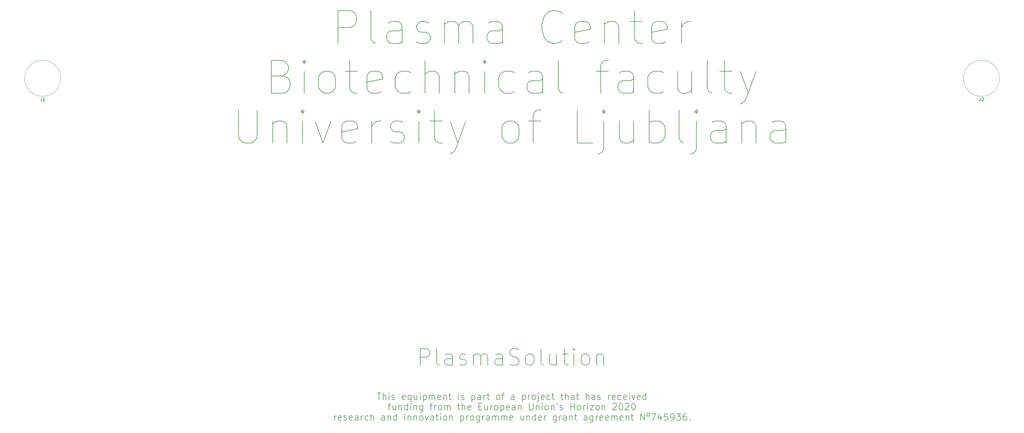
<source format=gbr>
G04 #@! TF.GenerationSoftware,KiCad,Pcbnew,(5.1.2)-1*
G04 #@! TF.CreationDate,2019-06-06T17:06:26+02:00*
G04 #@! TF.ProjectId,SBD electrode by JLCPCB,53424420-656c-4656-9374-726f64652062,1.0.1*
G04 #@! TF.SameCoordinates,Original*
G04 #@! TF.FileFunction,Legend,Top*
G04 #@! TF.FilePolarity,Positive*
%FSLAX46Y46*%
G04 Gerber Fmt 4.6, Leading zero omitted, Abs format (unit mm)*
G04 Created by KiCad (PCBNEW (5.1.2)-1) date 2019-06-06 17:06:26*
%MOMM*%
%LPD*%
G04 APERTURE LIST*
%ADD10C,0.150000*%
%ADD11C,0.120000*%
G04 APERTURE END LIST*
D10*
X130442857Y-129613809D02*
X130442857Y-119613809D01*
X134252380Y-119613809D01*
X135204761Y-120090000D01*
X135680952Y-120566190D01*
X136157142Y-121518571D01*
X136157142Y-122947142D01*
X135680952Y-123899523D01*
X135204761Y-124375714D01*
X134252380Y-124851904D01*
X130442857Y-124851904D01*
X141871428Y-129613809D02*
X140919047Y-129137619D01*
X140442857Y-128185238D01*
X140442857Y-119613809D01*
X149966666Y-129613809D02*
X149966666Y-124375714D01*
X149490476Y-123423333D01*
X148538095Y-122947142D01*
X146633333Y-122947142D01*
X145680952Y-123423333D01*
X149966666Y-129137619D02*
X149014285Y-129613809D01*
X146633333Y-129613809D01*
X145680952Y-129137619D01*
X145204761Y-128185238D01*
X145204761Y-127232857D01*
X145680952Y-126280476D01*
X146633333Y-125804285D01*
X149014285Y-125804285D01*
X149966666Y-125328095D01*
X154252380Y-129137619D02*
X155204761Y-129613809D01*
X157109523Y-129613809D01*
X158061904Y-129137619D01*
X158538095Y-128185238D01*
X158538095Y-127709047D01*
X158061904Y-126756666D01*
X157109523Y-126280476D01*
X155680952Y-126280476D01*
X154728571Y-125804285D01*
X154252380Y-124851904D01*
X154252380Y-124375714D01*
X154728571Y-123423333D01*
X155680952Y-122947142D01*
X157109523Y-122947142D01*
X158061904Y-123423333D01*
X162823809Y-129613809D02*
X162823809Y-122947142D01*
X162823809Y-123899523D02*
X163300000Y-123423333D01*
X164252380Y-122947142D01*
X165680952Y-122947142D01*
X166633333Y-123423333D01*
X167109523Y-124375714D01*
X167109523Y-129613809D01*
X167109523Y-124375714D02*
X167585714Y-123423333D01*
X168538095Y-122947142D01*
X169966666Y-122947142D01*
X170919047Y-123423333D01*
X171395238Y-124375714D01*
X171395238Y-129613809D01*
X180442857Y-129613809D02*
X180442857Y-124375714D01*
X179966666Y-123423333D01*
X179014285Y-122947142D01*
X177109523Y-122947142D01*
X176157142Y-123423333D01*
X180442857Y-129137619D02*
X179490476Y-129613809D01*
X177109523Y-129613809D01*
X176157142Y-129137619D01*
X175680952Y-128185238D01*
X175680952Y-127232857D01*
X176157142Y-126280476D01*
X177109523Y-125804285D01*
X179490476Y-125804285D01*
X180442857Y-125328095D01*
X198538095Y-128661428D02*
X198061904Y-129137619D01*
X196633333Y-129613809D01*
X195680952Y-129613809D01*
X194252380Y-129137619D01*
X193300000Y-128185238D01*
X192823809Y-127232857D01*
X192347619Y-125328095D01*
X192347619Y-123899523D01*
X192823809Y-121994761D01*
X193300000Y-121042380D01*
X194252380Y-120090000D01*
X195680952Y-119613809D01*
X196633333Y-119613809D01*
X198061904Y-120090000D01*
X198538095Y-120566190D01*
X206633333Y-129137619D02*
X205680952Y-129613809D01*
X203776190Y-129613809D01*
X202823809Y-129137619D01*
X202347619Y-128185238D01*
X202347619Y-124375714D01*
X202823809Y-123423333D01*
X203776190Y-122947142D01*
X205680952Y-122947142D01*
X206633333Y-123423333D01*
X207109523Y-124375714D01*
X207109523Y-125328095D01*
X202347619Y-126280476D01*
X211395238Y-122947142D02*
X211395238Y-129613809D01*
X211395238Y-123899523D02*
X211871428Y-123423333D01*
X212823809Y-122947142D01*
X214252380Y-122947142D01*
X215204761Y-123423333D01*
X215680952Y-124375714D01*
X215680952Y-129613809D01*
X219014285Y-122947142D02*
X222823809Y-122947142D01*
X220442857Y-119613809D02*
X220442857Y-128185238D01*
X220919047Y-129137619D01*
X221871428Y-129613809D01*
X222823809Y-129613809D01*
X229966666Y-129137619D02*
X229014285Y-129613809D01*
X227109523Y-129613809D01*
X226157142Y-129137619D01*
X225680952Y-128185238D01*
X225680952Y-124375714D01*
X226157142Y-123423333D01*
X227109523Y-122947142D01*
X229014285Y-122947142D01*
X229966666Y-123423333D01*
X230442857Y-124375714D01*
X230442857Y-125328095D01*
X225680952Y-126280476D01*
X234728571Y-129613809D02*
X234728571Y-122947142D01*
X234728571Y-124851904D02*
X235204761Y-123899523D01*
X235680952Y-123423333D01*
X236633333Y-122947142D01*
X237585714Y-122947142D01*
X113538095Y-139525714D02*
X114966666Y-140001904D01*
X115442857Y-140478095D01*
X115919047Y-141430476D01*
X115919047Y-142859047D01*
X115442857Y-143811428D01*
X114966666Y-144287619D01*
X114014285Y-144763809D01*
X110204761Y-144763809D01*
X110204761Y-134763809D01*
X113538095Y-134763809D01*
X114490476Y-135240000D01*
X114966666Y-135716190D01*
X115442857Y-136668571D01*
X115442857Y-137620952D01*
X114966666Y-138573333D01*
X114490476Y-139049523D01*
X113538095Y-139525714D01*
X110204761Y-139525714D01*
X120204761Y-144763809D02*
X120204761Y-138097142D01*
X120204761Y-134763809D02*
X119728571Y-135240000D01*
X120204761Y-135716190D01*
X120680952Y-135240000D01*
X120204761Y-134763809D01*
X120204761Y-135716190D01*
X126395238Y-144763809D02*
X125442857Y-144287619D01*
X124966666Y-143811428D01*
X124490476Y-142859047D01*
X124490476Y-140001904D01*
X124966666Y-139049523D01*
X125442857Y-138573333D01*
X126395238Y-138097142D01*
X127823809Y-138097142D01*
X128776190Y-138573333D01*
X129252380Y-139049523D01*
X129728571Y-140001904D01*
X129728571Y-142859047D01*
X129252380Y-143811428D01*
X128776190Y-144287619D01*
X127823809Y-144763809D01*
X126395238Y-144763809D01*
X132585714Y-138097142D02*
X136395238Y-138097142D01*
X134014285Y-134763809D02*
X134014285Y-143335238D01*
X134490476Y-144287619D01*
X135442857Y-144763809D01*
X136395238Y-144763809D01*
X143538095Y-144287619D02*
X142585714Y-144763809D01*
X140680952Y-144763809D01*
X139728571Y-144287619D01*
X139252380Y-143335238D01*
X139252380Y-139525714D01*
X139728571Y-138573333D01*
X140680952Y-138097142D01*
X142585714Y-138097142D01*
X143538095Y-138573333D01*
X144014285Y-139525714D01*
X144014285Y-140478095D01*
X139252380Y-141430476D01*
X152585714Y-144287619D02*
X151633333Y-144763809D01*
X149728571Y-144763809D01*
X148776190Y-144287619D01*
X148300000Y-143811428D01*
X147823809Y-142859047D01*
X147823809Y-140001904D01*
X148300000Y-139049523D01*
X148776190Y-138573333D01*
X149728571Y-138097142D01*
X151633333Y-138097142D01*
X152585714Y-138573333D01*
X156871428Y-144763809D02*
X156871428Y-134763809D01*
X161157142Y-144763809D02*
X161157142Y-139525714D01*
X160680952Y-138573333D01*
X159728571Y-138097142D01*
X158300000Y-138097142D01*
X157347619Y-138573333D01*
X156871428Y-139049523D01*
X165919047Y-138097142D02*
X165919047Y-144763809D01*
X165919047Y-139049523D02*
X166395238Y-138573333D01*
X167347619Y-138097142D01*
X168776190Y-138097142D01*
X169728571Y-138573333D01*
X170204761Y-139525714D01*
X170204761Y-144763809D01*
X174966666Y-144763809D02*
X174966666Y-138097142D01*
X174966666Y-134763809D02*
X174490476Y-135240000D01*
X174966666Y-135716190D01*
X175442857Y-135240000D01*
X174966666Y-134763809D01*
X174966666Y-135716190D01*
X184014285Y-144287619D02*
X183061904Y-144763809D01*
X181157142Y-144763809D01*
X180204761Y-144287619D01*
X179728571Y-143811428D01*
X179252380Y-142859047D01*
X179252380Y-140001904D01*
X179728571Y-139049523D01*
X180204761Y-138573333D01*
X181157142Y-138097142D01*
X183061904Y-138097142D01*
X184014285Y-138573333D01*
X192585714Y-144763809D02*
X192585714Y-139525714D01*
X192109523Y-138573333D01*
X191157142Y-138097142D01*
X189252380Y-138097142D01*
X188299999Y-138573333D01*
X192585714Y-144287619D02*
X191633333Y-144763809D01*
X189252380Y-144763809D01*
X188299999Y-144287619D01*
X187823809Y-143335238D01*
X187823809Y-142382857D01*
X188299999Y-141430476D01*
X189252380Y-140954285D01*
X191633333Y-140954285D01*
X192585714Y-140478095D01*
X198776190Y-144763809D02*
X197823809Y-144287619D01*
X197347619Y-143335238D01*
X197347619Y-134763809D01*
X208776190Y-138097142D02*
X212585714Y-138097142D01*
X210204761Y-144763809D02*
X210204761Y-136192380D01*
X210680952Y-135240000D01*
X211633333Y-134763809D01*
X212585714Y-134763809D01*
X220204761Y-144763809D02*
X220204761Y-139525714D01*
X219728571Y-138573333D01*
X218776190Y-138097142D01*
X216871428Y-138097142D01*
X215919047Y-138573333D01*
X220204761Y-144287619D02*
X219252380Y-144763809D01*
X216871428Y-144763809D01*
X215919047Y-144287619D01*
X215442857Y-143335238D01*
X215442857Y-142382857D01*
X215919047Y-141430476D01*
X216871428Y-140954285D01*
X219252380Y-140954285D01*
X220204761Y-140478095D01*
X229252380Y-144287619D02*
X228299999Y-144763809D01*
X226395238Y-144763809D01*
X225442857Y-144287619D01*
X224966666Y-143811428D01*
X224490476Y-142859047D01*
X224490476Y-140001904D01*
X224966666Y-139049523D01*
X225442857Y-138573333D01*
X226395238Y-138097142D01*
X228299999Y-138097142D01*
X229252380Y-138573333D01*
X237823809Y-138097142D02*
X237823809Y-144763809D01*
X233538095Y-138097142D02*
X233538095Y-143335238D01*
X234014285Y-144287619D01*
X234966666Y-144763809D01*
X236395238Y-144763809D01*
X237347619Y-144287619D01*
X237823809Y-143811428D01*
X244014285Y-144763809D02*
X243061904Y-144287619D01*
X242585714Y-143335238D01*
X242585714Y-134763809D01*
X246395238Y-138097142D02*
X250204761Y-138097142D01*
X247823809Y-134763809D02*
X247823809Y-143335238D01*
X248299999Y-144287619D01*
X249252380Y-144763809D01*
X250204761Y-144763809D01*
X252585714Y-138097142D02*
X254966666Y-144763809D01*
X257347619Y-138097142D02*
X254966666Y-144763809D01*
X254014285Y-147144761D01*
X253538095Y-147620952D01*
X252585714Y-148097142D01*
X100204761Y-149913809D02*
X100204761Y-158009047D01*
X100680952Y-158961428D01*
X101157142Y-159437619D01*
X102109523Y-159913809D01*
X104014285Y-159913809D01*
X104966666Y-159437619D01*
X105442857Y-158961428D01*
X105919047Y-158009047D01*
X105919047Y-149913809D01*
X110680952Y-153247142D02*
X110680952Y-159913809D01*
X110680952Y-154199523D02*
X111157142Y-153723333D01*
X112109523Y-153247142D01*
X113538095Y-153247142D01*
X114490476Y-153723333D01*
X114966666Y-154675714D01*
X114966666Y-159913809D01*
X119728571Y-159913809D02*
X119728571Y-153247142D01*
X119728571Y-149913809D02*
X119252380Y-150390000D01*
X119728571Y-150866190D01*
X120204761Y-150390000D01*
X119728571Y-149913809D01*
X119728571Y-150866190D01*
X123538095Y-153247142D02*
X125919047Y-159913809D01*
X128300000Y-153247142D01*
X135919047Y-159437619D02*
X134966666Y-159913809D01*
X133061904Y-159913809D01*
X132109523Y-159437619D01*
X131633333Y-158485238D01*
X131633333Y-154675714D01*
X132109523Y-153723333D01*
X133061904Y-153247142D01*
X134966666Y-153247142D01*
X135919047Y-153723333D01*
X136395238Y-154675714D01*
X136395238Y-155628095D01*
X131633333Y-156580476D01*
X140680952Y-159913809D02*
X140680952Y-153247142D01*
X140680952Y-155151904D02*
X141157142Y-154199523D01*
X141633333Y-153723333D01*
X142585714Y-153247142D01*
X143538095Y-153247142D01*
X146395238Y-159437619D02*
X147347619Y-159913809D01*
X149252380Y-159913809D01*
X150204761Y-159437619D01*
X150680952Y-158485238D01*
X150680952Y-158009047D01*
X150204761Y-157056666D01*
X149252380Y-156580476D01*
X147823809Y-156580476D01*
X146871428Y-156104285D01*
X146395238Y-155151904D01*
X146395238Y-154675714D01*
X146871428Y-153723333D01*
X147823809Y-153247142D01*
X149252380Y-153247142D01*
X150204761Y-153723333D01*
X154966666Y-159913809D02*
X154966666Y-153247142D01*
X154966666Y-149913809D02*
X154490476Y-150390000D01*
X154966666Y-150866190D01*
X155442857Y-150390000D01*
X154966666Y-149913809D01*
X154966666Y-150866190D01*
X158300000Y-153247142D02*
X162109523Y-153247142D01*
X159728571Y-149913809D02*
X159728571Y-158485238D01*
X160204761Y-159437619D01*
X161157142Y-159913809D01*
X162109523Y-159913809D01*
X164490476Y-153247142D02*
X166871428Y-159913809D01*
X169252380Y-153247142D02*
X166871428Y-159913809D01*
X165919047Y-162294761D01*
X165442857Y-162770952D01*
X164490476Y-163247142D01*
X182109523Y-159913809D02*
X181157142Y-159437619D01*
X180680952Y-158961428D01*
X180204761Y-158009047D01*
X180204761Y-155151904D01*
X180680952Y-154199523D01*
X181157142Y-153723333D01*
X182109523Y-153247142D01*
X183538095Y-153247142D01*
X184490476Y-153723333D01*
X184966666Y-154199523D01*
X185442857Y-155151904D01*
X185442857Y-158009047D01*
X184966666Y-158961428D01*
X184490476Y-159437619D01*
X183538095Y-159913809D01*
X182109523Y-159913809D01*
X188300000Y-153247142D02*
X192109523Y-153247142D01*
X189728571Y-159913809D02*
X189728571Y-151342380D01*
X190204761Y-150390000D01*
X191157142Y-149913809D01*
X192109523Y-149913809D01*
X207823809Y-159913809D02*
X203061904Y-159913809D01*
X203061904Y-149913809D01*
X211157142Y-153247142D02*
X211157142Y-161818571D01*
X210680952Y-162770952D01*
X209728571Y-163247142D01*
X209252380Y-163247142D01*
X211157142Y-149913809D02*
X210680952Y-150390000D01*
X211157142Y-150866190D01*
X211633333Y-150390000D01*
X211157142Y-149913809D01*
X211157142Y-150866190D01*
X220204761Y-153247142D02*
X220204761Y-159913809D01*
X215919047Y-153247142D02*
X215919047Y-158485238D01*
X216395238Y-159437619D01*
X217347619Y-159913809D01*
X218776190Y-159913809D01*
X219728571Y-159437619D01*
X220204761Y-158961428D01*
X224966666Y-159913809D02*
X224966666Y-149913809D01*
X224966666Y-153723333D02*
X225919047Y-153247142D01*
X227823809Y-153247142D01*
X228776190Y-153723333D01*
X229252380Y-154199523D01*
X229728571Y-155151904D01*
X229728571Y-158009047D01*
X229252380Y-158961428D01*
X228776190Y-159437619D01*
X227823809Y-159913809D01*
X225919047Y-159913809D01*
X224966666Y-159437619D01*
X235442857Y-159913809D02*
X234490476Y-159437619D01*
X234014285Y-158485238D01*
X234014285Y-149913809D01*
X239252380Y-153247142D02*
X239252380Y-161818571D01*
X238776190Y-162770952D01*
X237823809Y-163247142D01*
X237347619Y-163247142D01*
X239252380Y-149913809D02*
X238776190Y-150390000D01*
X239252380Y-150866190D01*
X239728571Y-150390000D01*
X239252380Y-149913809D01*
X239252380Y-150866190D01*
X248299999Y-159913809D02*
X248299999Y-154675714D01*
X247823809Y-153723333D01*
X246871428Y-153247142D01*
X244966666Y-153247142D01*
X244014285Y-153723333D01*
X248299999Y-159437619D02*
X247347619Y-159913809D01*
X244966666Y-159913809D01*
X244014285Y-159437619D01*
X243538095Y-158485238D01*
X243538095Y-157532857D01*
X244014285Y-156580476D01*
X244966666Y-156104285D01*
X247347619Y-156104285D01*
X248299999Y-155628095D01*
X253061904Y-153247142D02*
X253061904Y-159913809D01*
X253061904Y-154199523D02*
X253538095Y-153723333D01*
X254490476Y-153247142D01*
X255919047Y-153247142D01*
X256871428Y-153723333D01*
X257347619Y-154675714D01*
X257347619Y-159913809D01*
X266395238Y-159913809D02*
X266395238Y-154675714D01*
X265919047Y-153723333D01*
X264966666Y-153247142D01*
X263061904Y-153247142D01*
X262109523Y-153723333D01*
X266395238Y-159437619D02*
X265442857Y-159913809D01*
X263061904Y-159913809D01*
X262109523Y-159437619D01*
X261633333Y-158485238D01*
X261633333Y-157532857D01*
X262109523Y-156580476D01*
X263061904Y-156104285D01*
X265442857Y-156104285D01*
X266395238Y-155628095D01*
X142347619Y-235994761D02*
X143490476Y-235994761D01*
X142919047Y-237994761D02*
X142919047Y-235994761D01*
X144157142Y-237994761D02*
X144157142Y-235994761D01*
X145014285Y-237994761D02*
X145014285Y-236947142D01*
X144919047Y-236756666D01*
X144728571Y-236661428D01*
X144442857Y-236661428D01*
X144252380Y-236756666D01*
X144157142Y-236851904D01*
X145966666Y-237994761D02*
X145966666Y-236661428D01*
X145966666Y-235994761D02*
X145871428Y-236090000D01*
X145966666Y-236185238D01*
X146061904Y-236090000D01*
X145966666Y-235994761D01*
X145966666Y-236185238D01*
X146823809Y-237899523D02*
X147014285Y-237994761D01*
X147395238Y-237994761D01*
X147585714Y-237899523D01*
X147680952Y-237709047D01*
X147680952Y-237613809D01*
X147585714Y-237423333D01*
X147395238Y-237328095D01*
X147109523Y-237328095D01*
X146919047Y-237232857D01*
X146823809Y-237042380D01*
X146823809Y-236947142D01*
X146919047Y-236756666D01*
X147109523Y-236661428D01*
X147395238Y-236661428D01*
X147585714Y-236756666D01*
X150823809Y-237899523D02*
X150633333Y-237994761D01*
X150252380Y-237994761D01*
X150061904Y-237899523D01*
X149966666Y-237709047D01*
X149966666Y-236947142D01*
X150061904Y-236756666D01*
X150252380Y-236661428D01*
X150633333Y-236661428D01*
X150823809Y-236756666D01*
X150919047Y-236947142D01*
X150919047Y-237137619D01*
X149966666Y-237328095D01*
X152633333Y-236661428D02*
X152633333Y-238661428D01*
X152633333Y-237899523D02*
X152442857Y-237994761D01*
X152061904Y-237994761D01*
X151871428Y-237899523D01*
X151776190Y-237804285D01*
X151680952Y-237613809D01*
X151680952Y-237042380D01*
X151776190Y-236851904D01*
X151871428Y-236756666D01*
X152061904Y-236661428D01*
X152442857Y-236661428D01*
X152633333Y-236756666D01*
X154442857Y-236661428D02*
X154442857Y-237994761D01*
X153585714Y-236661428D02*
X153585714Y-237709047D01*
X153680952Y-237899523D01*
X153871428Y-237994761D01*
X154157142Y-237994761D01*
X154347619Y-237899523D01*
X154442857Y-237804285D01*
X155395238Y-237994761D02*
X155395238Y-236661428D01*
X155395238Y-235994761D02*
X155300000Y-236090000D01*
X155395238Y-236185238D01*
X155490476Y-236090000D01*
X155395238Y-235994761D01*
X155395238Y-236185238D01*
X156347619Y-236661428D02*
X156347619Y-238661428D01*
X156347619Y-236756666D02*
X156538095Y-236661428D01*
X156919047Y-236661428D01*
X157109523Y-236756666D01*
X157204761Y-236851904D01*
X157300000Y-237042380D01*
X157300000Y-237613809D01*
X157204761Y-237804285D01*
X157109523Y-237899523D01*
X156919047Y-237994761D01*
X156538095Y-237994761D01*
X156347619Y-237899523D01*
X158157142Y-237994761D02*
X158157142Y-236661428D01*
X158157142Y-236851904D02*
X158252380Y-236756666D01*
X158442857Y-236661428D01*
X158728571Y-236661428D01*
X158919047Y-236756666D01*
X159014285Y-236947142D01*
X159014285Y-237994761D01*
X159014285Y-236947142D02*
X159109523Y-236756666D01*
X159300000Y-236661428D01*
X159585714Y-236661428D01*
X159776190Y-236756666D01*
X159871428Y-236947142D01*
X159871428Y-237994761D01*
X161585714Y-237899523D02*
X161395238Y-237994761D01*
X161014285Y-237994761D01*
X160823809Y-237899523D01*
X160728571Y-237709047D01*
X160728571Y-236947142D01*
X160823809Y-236756666D01*
X161014285Y-236661428D01*
X161395238Y-236661428D01*
X161585714Y-236756666D01*
X161680952Y-236947142D01*
X161680952Y-237137619D01*
X160728571Y-237328095D01*
X162538095Y-236661428D02*
X162538095Y-237994761D01*
X162538095Y-236851904D02*
X162633333Y-236756666D01*
X162823809Y-236661428D01*
X163109523Y-236661428D01*
X163300000Y-236756666D01*
X163395238Y-236947142D01*
X163395238Y-237994761D01*
X164061904Y-236661428D02*
X164823809Y-236661428D01*
X164347619Y-235994761D02*
X164347619Y-237709047D01*
X164442857Y-237899523D01*
X164633333Y-237994761D01*
X164823809Y-237994761D01*
X167014285Y-237994761D02*
X167014285Y-236661428D01*
X167014285Y-235994761D02*
X166919047Y-236090000D01*
X167014285Y-236185238D01*
X167109523Y-236090000D01*
X167014285Y-235994761D01*
X167014285Y-236185238D01*
X167871428Y-237899523D02*
X168061904Y-237994761D01*
X168442857Y-237994761D01*
X168633333Y-237899523D01*
X168728571Y-237709047D01*
X168728571Y-237613809D01*
X168633333Y-237423333D01*
X168442857Y-237328095D01*
X168157142Y-237328095D01*
X167966666Y-237232857D01*
X167871428Y-237042380D01*
X167871428Y-236947142D01*
X167966666Y-236756666D01*
X168157142Y-236661428D01*
X168442857Y-236661428D01*
X168633333Y-236756666D01*
X171109523Y-236661428D02*
X171109523Y-238661428D01*
X171109523Y-236756666D02*
X171300000Y-236661428D01*
X171680952Y-236661428D01*
X171871428Y-236756666D01*
X171966666Y-236851904D01*
X172061904Y-237042380D01*
X172061904Y-237613809D01*
X171966666Y-237804285D01*
X171871428Y-237899523D01*
X171680952Y-237994761D01*
X171300000Y-237994761D01*
X171109523Y-237899523D01*
X173776190Y-237994761D02*
X173776190Y-236947142D01*
X173680952Y-236756666D01*
X173490476Y-236661428D01*
X173109523Y-236661428D01*
X172919047Y-236756666D01*
X173776190Y-237899523D02*
X173585714Y-237994761D01*
X173109523Y-237994761D01*
X172919047Y-237899523D01*
X172823809Y-237709047D01*
X172823809Y-237518571D01*
X172919047Y-237328095D01*
X173109523Y-237232857D01*
X173585714Y-237232857D01*
X173776190Y-237137619D01*
X174728571Y-237994761D02*
X174728571Y-236661428D01*
X174728571Y-237042380D02*
X174823809Y-236851904D01*
X174919047Y-236756666D01*
X175109523Y-236661428D01*
X175300000Y-236661428D01*
X175680952Y-236661428D02*
X176442857Y-236661428D01*
X175966666Y-235994761D02*
X175966666Y-237709047D01*
X176061904Y-237899523D01*
X176252380Y-237994761D01*
X176442857Y-237994761D01*
X178919047Y-237994761D02*
X178728571Y-237899523D01*
X178633333Y-237804285D01*
X178538095Y-237613809D01*
X178538095Y-237042380D01*
X178633333Y-236851904D01*
X178728571Y-236756666D01*
X178919047Y-236661428D01*
X179204761Y-236661428D01*
X179395238Y-236756666D01*
X179490476Y-236851904D01*
X179585714Y-237042380D01*
X179585714Y-237613809D01*
X179490476Y-237804285D01*
X179395238Y-237899523D01*
X179204761Y-237994761D01*
X178919047Y-237994761D01*
X180157142Y-236661428D02*
X180919047Y-236661428D01*
X180442857Y-237994761D02*
X180442857Y-236280476D01*
X180538095Y-236090000D01*
X180728571Y-235994761D01*
X180919047Y-235994761D01*
X183966666Y-237994761D02*
X183966666Y-236947142D01*
X183871428Y-236756666D01*
X183680952Y-236661428D01*
X183300000Y-236661428D01*
X183109523Y-236756666D01*
X183966666Y-237899523D02*
X183776190Y-237994761D01*
X183300000Y-237994761D01*
X183109523Y-237899523D01*
X183014285Y-237709047D01*
X183014285Y-237518571D01*
X183109523Y-237328095D01*
X183300000Y-237232857D01*
X183776190Y-237232857D01*
X183966666Y-237137619D01*
X186442857Y-236661428D02*
X186442857Y-238661428D01*
X186442857Y-236756666D02*
X186633333Y-236661428D01*
X187014285Y-236661428D01*
X187204761Y-236756666D01*
X187300000Y-236851904D01*
X187395238Y-237042380D01*
X187395238Y-237613809D01*
X187300000Y-237804285D01*
X187204761Y-237899523D01*
X187014285Y-237994761D01*
X186633333Y-237994761D01*
X186442857Y-237899523D01*
X188252380Y-237994761D02*
X188252380Y-236661428D01*
X188252380Y-237042380D02*
X188347619Y-236851904D01*
X188442857Y-236756666D01*
X188633333Y-236661428D01*
X188823809Y-236661428D01*
X189776190Y-237994761D02*
X189585714Y-237899523D01*
X189490476Y-237804285D01*
X189395238Y-237613809D01*
X189395238Y-237042380D01*
X189490476Y-236851904D01*
X189585714Y-236756666D01*
X189776190Y-236661428D01*
X190061904Y-236661428D01*
X190252380Y-236756666D01*
X190347619Y-236851904D01*
X190442857Y-237042380D01*
X190442857Y-237613809D01*
X190347619Y-237804285D01*
X190252380Y-237899523D01*
X190061904Y-237994761D01*
X189776190Y-237994761D01*
X191300000Y-236661428D02*
X191300000Y-238375714D01*
X191204761Y-238566190D01*
X191014285Y-238661428D01*
X190919047Y-238661428D01*
X191300000Y-235994761D02*
X191204761Y-236090000D01*
X191300000Y-236185238D01*
X191395238Y-236090000D01*
X191300000Y-235994761D01*
X191300000Y-236185238D01*
X193014285Y-237899523D02*
X192823809Y-237994761D01*
X192442857Y-237994761D01*
X192252380Y-237899523D01*
X192157142Y-237709047D01*
X192157142Y-236947142D01*
X192252380Y-236756666D01*
X192442857Y-236661428D01*
X192823809Y-236661428D01*
X193014285Y-236756666D01*
X193109523Y-236947142D01*
X193109523Y-237137619D01*
X192157142Y-237328095D01*
X194823809Y-237899523D02*
X194633333Y-237994761D01*
X194252380Y-237994761D01*
X194061904Y-237899523D01*
X193966666Y-237804285D01*
X193871428Y-237613809D01*
X193871428Y-237042380D01*
X193966666Y-236851904D01*
X194061904Y-236756666D01*
X194252380Y-236661428D01*
X194633333Y-236661428D01*
X194823809Y-236756666D01*
X195395238Y-236661428D02*
X196157142Y-236661428D01*
X195680952Y-235994761D02*
X195680952Y-237709047D01*
X195776190Y-237899523D01*
X195966666Y-237994761D01*
X196157142Y-237994761D01*
X198061904Y-236661428D02*
X198823809Y-236661428D01*
X198347619Y-235994761D02*
X198347619Y-237709047D01*
X198442857Y-237899523D01*
X198633333Y-237994761D01*
X198823809Y-237994761D01*
X199490476Y-237994761D02*
X199490476Y-235994761D01*
X200347619Y-237994761D02*
X200347619Y-236947142D01*
X200252380Y-236756666D01*
X200061904Y-236661428D01*
X199776190Y-236661428D01*
X199585714Y-236756666D01*
X199490476Y-236851904D01*
X202157142Y-237994761D02*
X202157142Y-236947142D01*
X202061904Y-236756666D01*
X201871428Y-236661428D01*
X201490476Y-236661428D01*
X201300000Y-236756666D01*
X202157142Y-237899523D02*
X201966666Y-237994761D01*
X201490476Y-237994761D01*
X201300000Y-237899523D01*
X201204761Y-237709047D01*
X201204761Y-237518571D01*
X201300000Y-237328095D01*
X201490476Y-237232857D01*
X201966666Y-237232857D01*
X202157142Y-237137619D01*
X202823809Y-236661428D02*
X203585714Y-236661428D01*
X203109523Y-235994761D02*
X203109523Y-237709047D01*
X203204761Y-237899523D01*
X203395238Y-237994761D01*
X203585714Y-237994761D01*
X205776190Y-237994761D02*
X205776190Y-235994761D01*
X206633333Y-237994761D02*
X206633333Y-236947142D01*
X206538095Y-236756666D01*
X206347619Y-236661428D01*
X206061904Y-236661428D01*
X205871428Y-236756666D01*
X205776190Y-236851904D01*
X208442857Y-237994761D02*
X208442857Y-236947142D01*
X208347619Y-236756666D01*
X208157142Y-236661428D01*
X207776190Y-236661428D01*
X207585714Y-236756666D01*
X208442857Y-237899523D02*
X208252380Y-237994761D01*
X207776190Y-237994761D01*
X207585714Y-237899523D01*
X207490476Y-237709047D01*
X207490476Y-237518571D01*
X207585714Y-237328095D01*
X207776190Y-237232857D01*
X208252380Y-237232857D01*
X208442857Y-237137619D01*
X209299999Y-237899523D02*
X209490476Y-237994761D01*
X209871428Y-237994761D01*
X210061904Y-237899523D01*
X210157142Y-237709047D01*
X210157142Y-237613809D01*
X210061904Y-237423333D01*
X209871428Y-237328095D01*
X209585714Y-237328095D01*
X209395238Y-237232857D01*
X209299999Y-237042380D01*
X209299999Y-236947142D01*
X209395238Y-236756666D01*
X209585714Y-236661428D01*
X209871428Y-236661428D01*
X210061904Y-236756666D01*
X212538095Y-237994761D02*
X212538095Y-236661428D01*
X212538095Y-237042380D02*
X212633333Y-236851904D01*
X212728571Y-236756666D01*
X212919047Y-236661428D01*
X213109523Y-236661428D01*
X214538095Y-237899523D02*
X214347619Y-237994761D01*
X213966666Y-237994761D01*
X213776190Y-237899523D01*
X213680952Y-237709047D01*
X213680952Y-236947142D01*
X213776190Y-236756666D01*
X213966666Y-236661428D01*
X214347619Y-236661428D01*
X214538095Y-236756666D01*
X214633333Y-236947142D01*
X214633333Y-237137619D01*
X213680952Y-237328095D01*
X216347619Y-237899523D02*
X216157142Y-237994761D01*
X215776190Y-237994761D01*
X215585714Y-237899523D01*
X215490476Y-237804285D01*
X215395238Y-237613809D01*
X215395238Y-237042380D01*
X215490476Y-236851904D01*
X215585714Y-236756666D01*
X215776190Y-236661428D01*
X216157142Y-236661428D01*
X216347619Y-236756666D01*
X217966666Y-237899523D02*
X217776190Y-237994761D01*
X217395238Y-237994761D01*
X217204761Y-237899523D01*
X217109523Y-237709047D01*
X217109523Y-236947142D01*
X217204761Y-236756666D01*
X217395238Y-236661428D01*
X217776190Y-236661428D01*
X217966666Y-236756666D01*
X218061904Y-236947142D01*
X218061904Y-237137619D01*
X217109523Y-237328095D01*
X218919047Y-237994761D02*
X218919047Y-236661428D01*
X218919047Y-235994761D02*
X218823809Y-236090000D01*
X218919047Y-236185238D01*
X219014285Y-236090000D01*
X218919047Y-235994761D01*
X218919047Y-236185238D01*
X219680952Y-236661428D02*
X220157142Y-237994761D01*
X220633333Y-236661428D01*
X222157142Y-237899523D02*
X221966666Y-237994761D01*
X221585714Y-237994761D01*
X221395238Y-237899523D01*
X221300000Y-237709047D01*
X221300000Y-236947142D01*
X221395238Y-236756666D01*
X221585714Y-236661428D01*
X221966666Y-236661428D01*
X222157142Y-236756666D01*
X222252380Y-236947142D01*
X222252380Y-237137619D01*
X221300000Y-237328095D01*
X223966666Y-237994761D02*
X223966666Y-235994761D01*
X223966666Y-237899523D02*
X223776190Y-237994761D01*
X223395238Y-237994761D01*
X223204761Y-237899523D01*
X223109523Y-237804285D01*
X223014285Y-237613809D01*
X223014285Y-237042380D01*
X223109523Y-236851904D01*
X223204761Y-236756666D01*
X223395238Y-236661428D01*
X223776190Y-236661428D01*
X223966666Y-236756666D01*
X145680952Y-239811428D02*
X146442857Y-239811428D01*
X145966666Y-241144761D02*
X145966666Y-239430476D01*
X146061904Y-239240000D01*
X146252380Y-239144761D01*
X146442857Y-239144761D01*
X147966666Y-239811428D02*
X147966666Y-241144761D01*
X147109523Y-239811428D02*
X147109523Y-240859047D01*
X147204761Y-241049523D01*
X147395238Y-241144761D01*
X147680952Y-241144761D01*
X147871428Y-241049523D01*
X147966666Y-240954285D01*
X148919047Y-239811428D02*
X148919047Y-241144761D01*
X148919047Y-240001904D02*
X149014285Y-239906666D01*
X149204761Y-239811428D01*
X149490476Y-239811428D01*
X149680952Y-239906666D01*
X149776190Y-240097142D01*
X149776190Y-241144761D01*
X151585714Y-241144761D02*
X151585714Y-239144761D01*
X151585714Y-241049523D02*
X151395238Y-241144761D01*
X151014285Y-241144761D01*
X150823809Y-241049523D01*
X150728571Y-240954285D01*
X150633333Y-240763809D01*
X150633333Y-240192380D01*
X150728571Y-240001904D01*
X150823809Y-239906666D01*
X151014285Y-239811428D01*
X151395238Y-239811428D01*
X151585714Y-239906666D01*
X152538095Y-241144761D02*
X152538095Y-239811428D01*
X152538095Y-239144761D02*
X152442857Y-239240000D01*
X152538095Y-239335238D01*
X152633333Y-239240000D01*
X152538095Y-239144761D01*
X152538095Y-239335238D01*
X153490476Y-239811428D02*
X153490476Y-241144761D01*
X153490476Y-240001904D02*
X153585714Y-239906666D01*
X153776190Y-239811428D01*
X154061904Y-239811428D01*
X154252380Y-239906666D01*
X154347619Y-240097142D01*
X154347619Y-241144761D01*
X156157142Y-239811428D02*
X156157142Y-241430476D01*
X156061904Y-241620952D01*
X155966666Y-241716190D01*
X155776190Y-241811428D01*
X155490476Y-241811428D01*
X155300000Y-241716190D01*
X156157142Y-241049523D02*
X155966666Y-241144761D01*
X155585714Y-241144761D01*
X155395238Y-241049523D01*
X155300000Y-240954285D01*
X155204761Y-240763809D01*
X155204761Y-240192380D01*
X155300000Y-240001904D01*
X155395238Y-239906666D01*
X155585714Y-239811428D01*
X155966666Y-239811428D01*
X156157142Y-239906666D01*
X158347619Y-239811428D02*
X159109523Y-239811428D01*
X158633333Y-241144761D02*
X158633333Y-239430476D01*
X158728571Y-239240000D01*
X158919047Y-239144761D01*
X159109523Y-239144761D01*
X159776190Y-241144761D02*
X159776190Y-239811428D01*
X159776190Y-240192380D02*
X159871428Y-240001904D01*
X159966666Y-239906666D01*
X160157142Y-239811428D01*
X160347619Y-239811428D01*
X161300000Y-241144761D02*
X161109523Y-241049523D01*
X161014285Y-240954285D01*
X160919047Y-240763809D01*
X160919047Y-240192380D01*
X161014285Y-240001904D01*
X161109523Y-239906666D01*
X161300000Y-239811428D01*
X161585714Y-239811428D01*
X161776190Y-239906666D01*
X161871428Y-240001904D01*
X161966666Y-240192380D01*
X161966666Y-240763809D01*
X161871428Y-240954285D01*
X161776190Y-241049523D01*
X161585714Y-241144761D01*
X161300000Y-241144761D01*
X162823809Y-241144761D02*
X162823809Y-239811428D01*
X162823809Y-240001904D02*
X162919047Y-239906666D01*
X163109523Y-239811428D01*
X163395238Y-239811428D01*
X163585714Y-239906666D01*
X163680952Y-240097142D01*
X163680952Y-241144761D01*
X163680952Y-240097142D02*
X163776190Y-239906666D01*
X163966666Y-239811428D01*
X164252380Y-239811428D01*
X164442857Y-239906666D01*
X164538095Y-240097142D01*
X164538095Y-241144761D01*
X166728571Y-239811428D02*
X167490476Y-239811428D01*
X167014285Y-239144761D02*
X167014285Y-240859047D01*
X167109523Y-241049523D01*
X167300000Y-241144761D01*
X167490476Y-241144761D01*
X168157142Y-241144761D02*
X168157142Y-239144761D01*
X169014285Y-241144761D02*
X169014285Y-240097142D01*
X168919047Y-239906666D01*
X168728571Y-239811428D01*
X168442857Y-239811428D01*
X168252380Y-239906666D01*
X168157142Y-240001904D01*
X170728571Y-241049523D02*
X170538095Y-241144761D01*
X170157142Y-241144761D01*
X169966666Y-241049523D01*
X169871428Y-240859047D01*
X169871428Y-240097142D01*
X169966666Y-239906666D01*
X170157142Y-239811428D01*
X170538095Y-239811428D01*
X170728571Y-239906666D01*
X170823809Y-240097142D01*
X170823809Y-240287619D01*
X169871428Y-240478095D01*
X173204761Y-240097142D02*
X173871428Y-240097142D01*
X174157142Y-241144761D02*
X173204761Y-241144761D01*
X173204761Y-239144761D01*
X174157142Y-239144761D01*
X175871428Y-239811428D02*
X175871428Y-241144761D01*
X175014285Y-239811428D02*
X175014285Y-240859047D01*
X175109523Y-241049523D01*
X175300000Y-241144761D01*
X175585714Y-241144761D01*
X175776190Y-241049523D01*
X175871428Y-240954285D01*
X176823809Y-241144761D02*
X176823809Y-239811428D01*
X176823809Y-240192380D02*
X176919047Y-240001904D01*
X177014285Y-239906666D01*
X177204761Y-239811428D01*
X177395238Y-239811428D01*
X178347619Y-241144761D02*
X178157142Y-241049523D01*
X178061904Y-240954285D01*
X177966666Y-240763809D01*
X177966666Y-240192380D01*
X178061904Y-240001904D01*
X178157142Y-239906666D01*
X178347619Y-239811428D01*
X178633333Y-239811428D01*
X178823809Y-239906666D01*
X178919047Y-240001904D01*
X179014285Y-240192380D01*
X179014285Y-240763809D01*
X178919047Y-240954285D01*
X178823809Y-241049523D01*
X178633333Y-241144761D01*
X178347619Y-241144761D01*
X179871428Y-239811428D02*
X179871428Y-241811428D01*
X179871428Y-239906666D02*
X180061904Y-239811428D01*
X180442857Y-239811428D01*
X180633333Y-239906666D01*
X180728571Y-240001904D01*
X180823809Y-240192380D01*
X180823809Y-240763809D01*
X180728571Y-240954285D01*
X180633333Y-241049523D01*
X180442857Y-241144761D01*
X180061904Y-241144761D01*
X179871428Y-241049523D01*
X182442857Y-241049523D02*
X182252380Y-241144761D01*
X181871428Y-241144761D01*
X181680952Y-241049523D01*
X181585714Y-240859047D01*
X181585714Y-240097142D01*
X181680952Y-239906666D01*
X181871428Y-239811428D01*
X182252380Y-239811428D01*
X182442857Y-239906666D01*
X182538095Y-240097142D01*
X182538095Y-240287619D01*
X181585714Y-240478095D01*
X184252380Y-241144761D02*
X184252380Y-240097142D01*
X184157142Y-239906666D01*
X183966666Y-239811428D01*
X183585714Y-239811428D01*
X183395238Y-239906666D01*
X184252380Y-241049523D02*
X184061904Y-241144761D01*
X183585714Y-241144761D01*
X183395238Y-241049523D01*
X183300000Y-240859047D01*
X183300000Y-240668571D01*
X183395238Y-240478095D01*
X183585714Y-240382857D01*
X184061904Y-240382857D01*
X184252380Y-240287619D01*
X185204761Y-239811428D02*
X185204761Y-241144761D01*
X185204761Y-240001904D02*
X185300000Y-239906666D01*
X185490476Y-239811428D01*
X185776190Y-239811428D01*
X185966666Y-239906666D01*
X186061904Y-240097142D01*
X186061904Y-241144761D01*
X188538095Y-239144761D02*
X188538095Y-240763809D01*
X188633333Y-240954285D01*
X188728571Y-241049523D01*
X188919047Y-241144761D01*
X189300000Y-241144761D01*
X189490476Y-241049523D01*
X189585714Y-240954285D01*
X189680952Y-240763809D01*
X189680952Y-239144761D01*
X190633333Y-239811428D02*
X190633333Y-241144761D01*
X190633333Y-240001904D02*
X190728571Y-239906666D01*
X190919047Y-239811428D01*
X191204761Y-239811428D01*
X191395238Y-239906666D01*
X191490476Y-240097142D01*
X191490476Y-241144761D01*
X192442857Y-241144761D02*
X192442857Y-239811428D01*
X192442857Y-239144761D02*
X192347619Y-239240000D01*
X192442857Y-239335238D01*
X192538095Y-239240000D01*
X192442857Y-239144761D01*
X192442857Y-239335238D01*
X193680952Y-241144761D02*
X193490476Y-241049523D01*
X193395238Y-240954285D01*
X193300000Y-240763809D01*
X193300000Y-240192380D01*
X193395238Y-240001904D01*
X193490476Y-239906666D01*
X193680952Y-239811428D01*
X193966666Y-239811428D01*
X194157142Y-239906666D01*
X194252380Y-240001904D01*
X194347619Y-240192380D01*
X194347619Y-240763809D01*
X194252380Y-240954285D01*
X194157142Y-241049523D01*
X193966666Y-241144761D01*
X193680952Y-241144761D01*
X195204761Y-239811428D02*
X195204761Y-241144761D01*
X195204761Y-240001904D02*
X195300000Y-239906666D01*
X195490476Y-239811428D01*
X195776190Y-239811428D01*
X195966666Y-239906666D01*
X196061904Y-240097142D01*
X196061904Y-241144761D01*
X197109523Y-239144761D02*
X196919047Y-239525714D01*
X197871428Y-241049523D02*
X198061904Y-241144761D01*
X198442857Y-241144761D01*
X198633333Y-241049523D01*
X198728571Y-240859047D01*
X198728571Y-240763809D01*
X198633333Y-240573333D01*
X198442857Y-240478095D01*
X198157142Y-240478095D01*
X197966666Y-240382857D01*
X197871428Y-240192380D01*
X197871428Y-240097142D01*
X197966666Y-239906666D01*
X198157142Y-239811428D01*
X198442857Y-239811428D01*
X198633333Y-239906666D01*
X201109523Y-241144761D02*
X201109523Y-239144761D01*
X201109523Y-240097142D02*
X202252380Y-240097142D01*
X202252380Y-241144761D02*
X202252380Y-239144761D01*
X203490476Y-241144761D02*
X203300000Y-241049523D01*
X203204761Y-240954285D01*
X203109523Y-240763809D01*
X203109523Y-240192380D01*
X203204761Y-240001904D01*
X203300000Y-239906666D01*
X203490476Y-239811428D01*
X203776190Y-239811428D01*
X203966666Y-239906666D01*
X204061904Y-240001904D01*
X204157142Y-240192380D01*
X204157142Y-240763809D01*
X204061904Y-240954285D01*
X203966666Y-241049523D01*
X203776190Y-241144761D01*
X203490476Y-241144761D01*
X205014285Y-241144761D02*
X205014285Y-239811428D01*
X205014285Y-240192380D02*
X205109523Y-240001904D01*
X205204761Y-239906666D01*
X205395238Y-239811428D01*
X205585714Y-239811428D01*
X206252380Y-241144761D02*
X206252380Y-239811428D01*
X206252380Y-239144761D02*
X206157142Y-239240000D01*
X206252380Y-239335238D01*
X206347619Y-239240000D01*
X206252380Y-239144761D01*
X206252380Y-239335238D01*
X207014285Y-239811428D02*
X208061904Y-239811428D01*
X207014285Y-241144761D01*
X208061904Y-241144761D01*
X209109523Y-241144761D02*
X208919047Y-241049523D01*
X208823809Y-240954285D01*
X208728571Y-240763809D01*
X208728571Y-240192380D01*
X208823809Y-240001904D01*
X208919047Y-239906666D01*
X209109523Y-239811428D01*
X209395238Y-239811428D01*
X209585714Y-239906666D01*
X209680952Y-240001904D01*
X209776190Y-240192380D01*
X209776190Y-240763809D01*
X209680952Y-240954285D01*
X209585714Y-241049523D01*
X209395238Y-241144761D01*
X209109523Y-241144761D01*
X210633333Y-239811428D02*
X210633333Y-241144761D01*
X210633333Y-240001904D02*
X210728571Y-239906666D01*
X210919047Y-239811428D01*
X211204761Y-239811428D01*
X211395238Y-239906666D01*
X211490476Y-240097142D01*
X211490476Y-241144761D01*
X213871428Y-239335238D02*
X213966666Y-239240000D01*
X214157142Y-239144761D01*
X214633333Y-239144761D01*
X214823809Y-239240000D01*
X214919047Y-239335238D01*
X215014285Y-239525714D01*
X215014285Y-239716190D01*
X214919047Y-240001904D01*
X213776190Y-241144761D01*
X215014285Y-241144761D01*
X216252380Y-239144761D02*
X216442857Y-239144761D01*
X216633333Y-239240000D01*
X216728571Y-239335238D01*
X216823809Y-239525714D01*
X216919047Y-239906666D01*
X216919047Y-240382857D01*
X216823809Y-240763809D01*
X216728571Y-240954285D01*
X216633333Y-241049523D01*
X216442857Y-241144761D01*
X216252380Y-241144761D01*
X216061904Y-241049523D01*
X215966666Y-240954285D01*
X215871428Y-240763809D01*
X215776190Y-240382857D01*
X215776190Y-239906666D01*
X215871428Y-239525714D01*
X215966666Y-239335238D01*
X216061904Y-239240000D01*
X216252380Y-239144761D01*
X217680952Y-239335238D02*
X217776190Y-239240000D01*
X217966666Y-239144761D01*
X218442857Y-239144761D01*
X218633333Y-239240000D01*
X218728571Y-239335238D01*
X218823809Y-239525714D01*
X218823809Y-239716190D01*
X218728571Y-240001904D01*
X217585714Y-241144761D01*
X218823809Y-241144761D01*
X220061904Y-239144761D02*
X220252380Y-239144761D01*
X220442857Y-239240000D01*
X220538095Y-239335238D01*
X220633333Y-239525714D01*
X220728571Y-239906666D01*
X220728571Y-240382857D01*
X220633333Y-240763809D01*
X220538095Y-240954285D01*
X220442857Y-241049523D01*
X220252380Y-241144761D01*
X220061904Y-241144761D01*
X219871428Y-241049523D01*
X219776190Y-240954285D01*
X219680952Y-240763809D01*
X219585714Y-240382857D01*
X219585714Y-239906666D01*
X219680952Y-239525714D01*
X219776190Y-239335238D01*
X219871428Y-239240000D01*
X220061904Y-239144761D01*
X129395238Y-244294761D02*
X129395238Y-242961428D01*
X129395238Y-243342380D02*
X129490476Y-243151904D01*
X129585714Y-243056666D01*
X129776190Y-242961428D01*
X129966666Y-242961428D01*
X131395238Y-244199523D02*
X131204761Y-244294761D01*
X130823809Y-244294761D01*
X130633333Y-244199523D01*
X130538095Y-244009047D01*
X130538095Y-243247142D01*
X130633333Y-243056666D01*
X130823809Y-242961428D01*
X131204761Y-242961428D01*
X131395238Y-243056666D01*
X131490476Y-243247142D01*
X131490476Y-243437619D01*
X130538095Y-243628095D01*
X132252380Y-244199523D02*
X132442857Y-244294761D01*
X132823809Y-244294761D01*
X133014285Y-244199523D01*
X133109523Y-244009047D01*
X133109523Y-243913809D01*
X133014285Y-243723333D01*
X132823809Y-243628095D01*
X132538095Y-243628095D01*
X132347619Y-243532857D01*
X132252380Y-243342380D01*
X132252380Y-243247142D01*
X132347619Y-243056666D01*
X132538095Y-242961428D01*
X132823809Y-242961428D01*
X133014285Y-243056666D01*
X134728571Y-244199523D02*
X134538095Y-244294761D01*
X134157142Y-244294761D01*
X133966666Y-244199523D01*
X133871428Y-244009047D01*
X133871428Y-243247142D01*
X133966666Y-243056666D01*
X134157142Y-242961428D01*
X134538095Y-242961428D01*
X134728571Y-243056666D01*
X134823809Y-243247142D01*
X134823809Y-243437619D01*
X133871428Y-243628095D01*
X136538095Y-244294761D02*
X136538095Y-243247142D01*
X136442857Y-243056666D01*
X136252380Y-242961428D01*
X135871428Y-242961428D01*
X135680952Y-243056666D01*
X136538095Y-244199523D02*
X136347619Y-244294761D01*
X135871428Y-244294761D01*
X135680952Y-244199523D01*
X135585714Y-244009047D01*
X135585714Y-243818571D01*
X135680952Y-243628095D01*
X135871428Y-243532857D01*
X136347619Y-243532857D01*
X136538095Y-243437619D01*
X137490476Y-244294761D02*
X137490476Y-242961428D01*
X137490476Y-243342380D02*
X137585714Y-243151904D01*
X137680952Y-243056666D01*
X137871428Y-242961428D01*
X138061904Y-242961428D01*
X139585714Y-244199523D02*
X139395238Y-244294761D01*
X139014285Y-244294761D01*
X138823809Y-244199523D01*
X138728571Y-244104285D01*
X138633333Y-243913809D01*
X138633333Y-243342380D01*
X138728571Y-243151904D01*
X138823809Y-243056666D01*
X139014285Y-242961428D01*
X139395238Y-242961428D01*
X139585714Y-243056666D01*
X140442857Y-244294761D02*
X140442857Y-242294761D01*
X141300000Y-244294761D02*
X141300000Y-243247142D01*
X141204761Y-243056666D01*
X141014285Y-242961428D01*
X140728571Y-242961428D01*
X140538095Y-243056666D01*
X140442857Y-243151904D01*
X144633333Y-244294761D02*
X144633333Y-243247142D01*
X144538095Y-243056666D01*
X144347619Y-242961428D01*
X143966666Y-242961428D01*
X143776190Y-243056666D01*
X144633333Y-244199523D02*
X144442857Y-244294761D01*
X143966666Y-244294761D01*
X143776190Y-244199523D01*
X143680952Y-244009047D01*
X143680952Y-243818571D01*
X143776190Y-243628095D01*
X143966666Y-243532857D01*
X144442857Y-243532857D01*
X144633333Y-243437619D01*
X145585714Y-242961428D02*
X145585714Y-244294761D01*
X145585714Y-243151904D02*
X145680952Y-243056666D01*
X145871428Y-242961428D01*
X146157142Y-242961428D01*
X146347619Y-243056666D01*
X146442857Y-243247142D01*
X146442857Y-244294761D01*
X148252380Y-244294761D02*
X148252380Y-242294761D01*
X148252380Y-244199523D02*
X148061904Y-244294761D01*
X147680952Y-244294761D01*
X147490476Y-244199523D01*
X147395238Y-244104285D01*
X147300000Y-243913809D01*
X147300000Y-243342380D01*
X147395238Y-243151904D01*
X147490476Y-243056666D01*
X147680952Y-242961428D01*
X148061904Y-242961428D01*
X148252380Y-243056666D01*
X150728571Y-244294761D02*
X150728571Y-242961428D01*
X150728571Y-242294761D02*
X150633333Y-242390000D01*
X150728571Y-242485238D01*
X150823809Y-242390000D01*
X150728571Y-242294761D01*
X150728571Y-242485238D01*
X151680952Y-242961428D02*
X151680952Y-244294761D01*
X151680952Y-243151904D02*
X151776190Y-243056666D01*
X151966666Y-242961428D01*
X152252380Y-242961428D01*
X152442857Y-243056666D01*
X152538095Y-243247142D01*
X152538095Y-244294761D01*
X153490476Y-242961428D02*
X153490476Y-244294761D01*
X153490476Y-243151904D02*
X153585714Y-243056666D01*
X153776190Y-242961428D01*
X154061904Y-242961428D01*
X154252380Y-243056666D01*
X154347619Y-243247142D01*
X154347619Y-244294761D01*
X155585714Y-244294761D02*
X155395238Y-244199523D01*
X155300000Y-244104285D01*
X155204761Y-243913809D01*
X155204761Y-243342380D01*
X155300000Y-243151904D01*
X155395238Y-243056666D01*
X155585714Y-242961428D01*
X155871428Y-242961428D01*
X156061904Y-243056666D01*
X156157142Y-243151904D01*
X156252380Y-243342380D01*
X156252380Y-243913809D01*
X156157142Y-244104285D01*
X156061904Y-244199523D01*
X155871428Y-244294761D01*
X155585714Y-244294761D01*
X156919047Y-242961428D02*
X157395238Y-244294761D01*
X157871428Y-242961428D01*
X159490476Y-244294761D02*
X159490476Y-243247142D01*
X159395238Y-243056666D01*
X159204761Y-242961428D01*
X158823809Y-242961428D01*
X158633333Y-243056666D01*
X159490476Y-244199523D02*
X159300000Y-244294761D01*
X158823809Y-244294761D01*
X158633333Y-244199523D01*
X158538095Y-244009047D01*
X158538095Y-243818571D01*
X158633333Y-243628095D01*
X158823809Y-243532857D01*
X159300000Y-243532857D01*
X159490476Y-243437619D01*
X160157142Y-242961428D02*
X160919047Y-242961428D01*
X160442857Y-242294761D02*
X160442857Y-244009047D01*
X160538095Y-244199523D01*
X160728571Y-244294761D01*
X160919047Y-244294761D01*
X161585714Y-244294761D02*
X161585714Y-242961428D01*
X161585714Y-242294761D02*
X161490476Y-242390000D01*
X161585714Y-242485238D01*
X161680952Y-242390000D01*
X161585714Y-242294761D01*
X161585714Y-242485238D01*
X162823809Y-244294761D02*
X162633333Y-244199523D01*
X162538095Y-244104285D01*
X162442857Y-243913809D01*
X162442857Y-243342380D01*
X162538095Y-243151904D01*
X162633333Y-243056666D01*
X162823809Y-242961428D01*
X163109523Y-242961428D01*
X163300000Y-243056666D01*
X163395238Y-243151904D01*
X163490476Y-243342380D01*
X163490476Y-243913809D01*
X163395238Y-244104285D01*
X163300000Y-244199523D01*
X163109523Y-244294761D01*
X162823809Y-244294761D01*
X164347619Y-242961428D02*
X164347619Y-244294761D01*
X164347619Y-243151904D02*
X164442857Y-243056666D01*
X164633333Y-242961428D01*
X164919047Y-242961428D01*
X165109523Y-243056666D01*
X165204761Y-243247142D01*
X165204761Y-244294761D01*
X167680952Y-242961428D02*
X167680952Y-244961428D01*
X167680952Y-243056666D02*
X167871428Y-242961428D01*
X168252380Y-242961428D01*
X168442857Y-243056666D01*
X168538095Y-243151904D01*
X168633333Y-243342380D01*
X168633333Y-243913809D01*
X168538095Y-244104285D01*
X168442857Y-244199523D01*
X168252380Y-244294761D01*
X167871428Y-244294761D01*
X167680952Y-244199523D01*
X169490476Y-244294761D02*
X169490476Y-242961428D01*
X169490476Y-243342380D02*
X169585714Y-243151904D01*
X169680952Y-243056666D01*
X169871428Y-242961428D01*
X170061904Y-242961428D01*
X171014285Y-244294761D02*
X170823809Y-244199523D01*
X170728571Y-244104285D01*
X170633333Y-243913809D01*
X170633333Y-243342380D01*
X170728571Y-243151904D01*
X170823809Y-243056666D01*
X171014285Y-242961428D01*
X171300000Y-242961428D01*
X171490476Y-243056666D01*
X171585714Y-243151904D01*
X171680952Y-243342380D01*
X171680952Y-243913809D01*
X171585714Y-244104285D01*
X171490476Y-244199523D01*
X171300000Y-244294761D01*
X171014285Y-244294761D01*
X173395238Y-242961428D02*
X173395238Y-244580476D01*
X173300000Y-244770952D01*
X173204761Y-244866190D01*
X173014285Y-244961428D01*
X172728571Y-244961428D01*
X172538095Y-244866190D01*
X173395238Y-244199523D02*
X173204761Y-244294761D01*
X172823809Y-244294761D01*
X172633333Y-244199523D01*
X172538095Y-244104285D01*
X172442857Y-243913809D01*
X172442857Y-243342380D01*
X172538095Y-243151904D01*
X172633333Y-243056666D01*
X172823809Y-242961428D01*
X173204761Y-242961428D01*
X173395238Y-243056666D01*
X174347619Y-244294761D02*
X174347619Y-242961428D01*
X174347619Y-243342380D02*
X174442857Y-243151904D01*
X174538095Y-243056666D01*
X174728571Y-242961428D01*
X174919047Y-242961428D01*
X176442857Y-244294761D02*
X176442857Y-243247142D01*
X176347619Y-243056666D01*
X176157142Y-242961428D01*
X175776190Y-242961428D01*
X175585714Y-243056666D01*
X176442857Y-244199523D02*
X176252380Y-244294761D01*
X175776190Y-244294761D01*
X175585714Y-244199523D01*
X175490476Y-244009047D01*
X175490476Y-243818571D01*
X175585714Y-243628095D01*
X175776190Y-243532857D01*
X176252380Y-243532857D01*
X176442857Y-243437619D01*
X177395238Y-244294761D02*
X177395238Y-242961428D01*
X177395238Y-243151904D02*
X177490476Y-243056666D01*
X177680952Y-242961428D01*
X177966666Y-242961428D01*
X178157142Y-243056666D01*
X178252380Y-243247142D01*
X178252380Y-244294761D01*
X178252380Y-243247142D02*
X178347619Y-243056666D01*
X178538095Y-242961428D01*
X178823809Y-242961428D01*
X179014285Y-243056666D01*
X179109523Y-243247142D01*
X179109523Y-244294761D01*
X180061904Y-244294761D02*
X180061904Y-242961428D01*
X180061904Y-243151904D02*
X180157142Y-243056666D01*
X180347619Y-242961428D01*
X180633333Y-242961428D01*
X180823809Y-243056666D01*
X180919047Y-243247142D01*
X180919047Y-244294761D01*
X180919047Y-243247142D02*
X181014285Y-243056666D01*
X181204761Y-242961428D01*
X181490476Y-242961428D01*
X181680952Y-243056666D01*
X181776190Y-243247142D01*
X181776190Y-244294761D01*
X183490476Y-244199523D02*
X183300000Y-244294761D01*
X182919047Y-244294761D01*
X182728571Y-244199523D01*
X182633333Y-244009047D01*
X182633333Y-243247142D01*
X182728571Y-243056666D01*
X182919047Y-242961428D01*
X183300000Y-242961428D01*
X183490476Y-243056666D01*
X183585714Y-243247142D01*
X183585714Y-243437619D01*
X182633333Y-243628095D01*
X186823809Y-242961428D02*
X186823809Y-244294761D01*
X185966666Y-242961428D02*
X185966666Y-244009047D01*
X186061904Y-244199523D01*
X186252380Y-244294761D01*
X186538095Y-244294761D01*
X186728571Y-244199523D01*
X186823809Y-244104285D01*
X187776190Y-242961428D02*
X187776190Y-244294761D01*
X187776190Y-243151904D02*
X187871428Y-243056666D01*
X188061904Y-242961428D01*
X188347619Y-242961428D01*
X188538095Y-243056666D01*
X188633333Y-243247142D01*
X188633333Y-244294761D01*
X190442857Y-244294761D02*
X190442857Y-242294761D01*
X190442857Y-244199523D02*
X190252380Y-244294761D01*
X189871428Y-244294761D01*
X189680952Y-244199523D01*
X189585714Y-244104285D01*
X189490476Y-243913809D01*
X189490476Y-243342380D01*
X189585714Y-243151904D01*
X189680952Y-243056666D01*
X189871428Y-242961428D01*
X190252380Y-242961428D01*
X190442857Y-243056666D01*
X192157142Y-244199523D02*
X191966666Y-244294761D01*
X191585714Y-244294761D01*
X191395238Y-244199523D01*
X191300000Y-244009047D01*
X191300000Y-243247142D01*
X191395238Y-243056666D01*
X191585714Y-242961428D01*
X191966666Y-242961428D01*
X192157142Y-243056666D01*
X192252380Y-243247142D01*
X192252380Y-243437619D01*
X191300000Y-243628095D01*
X193109523Y-244294761D02*
X193109523Y-242961428D01*
X193109523Y-243342380D02*
X193204761Y-243151904D01*
X193300000Y-243056666D01*
X193490476Y-242961428D01*
X193680952Y-242961428D01*
X196728571Y-242961428D02*
X196728571Y-244580476D01*
X196633333Y-244770952D01*
X196538095Y-244866190D01*
X196347619Y-244961428D01*
X196061904Y-244961428D01*
X195871428Y-244866190D01*
X196728571Y-244199523D02*
X196538095Y-244294761D01*
X196157142Y-244294761D01*
X195966666Y-244199523D01*
X195871428Y-244104285D01*
X195776190Y-243913809D01*
X195776190Y-243342380D01*
X195871428Y-243151904D01*
X195966666Y-243056666D01*
X196157142Y-242961428D01*
X196538095Y-242961428D01*
X196728571Y-243056666D01*
X197680952Y-244294761D02*
X197680952Y-242961428D01*
X197680952Y-243342380D02*
X197776190Y-243151904D01*
X197871428Y-243056666D01*
X198061904Y-242961428D01*
X198252380Y-242961428D01*
X199776190Y-244294761D02*
X199776190Y-243247142D01*
X199680952Y-243056666D01*
X199490476Y-242961428D01*
X199109523Y-242961428D01*
X198919047Y-243056666D01*
X199776190Y-244199523D02*
X199585714Y-244294761D01*
X199109523Y-244294761D01*
X198919047Y-244199523D01*
X198823809Y-244009047D01*
X198823809Y-243818571D01*
X198919047Y-243628095D01*
X199109523Y-243532857D01*
X199585714Y-243532857D01*
X199776190Y-243437619D01*
X200728571Y-242961428D02*
X200728571Y-244294761D01*
X200728571Y-243151904D02*
X200823809Y-243056666D01*
X201014285Y-242961428D01*
X201300000Y-242961428D01*
X201490476Y-243056666D01*
X201585714Y-243247142D01*
X201585714Y-244294761D01*
X202252380Y-242961428D02*
X203014285Y-242961428D01*
X202538095Y-242294761D02*
X202538095Y-244009047D01*
X202633333Y-244199523D01*
X202823809Y-244294761D01*
X203014285Y-244294761D01*
X206061904Y-244294761D02*
X206061904Y-243247142D01*
X205966666Y-243056666D01*
X205776190Y-242961428D01*
X205395238Y-242961428D01*
X205204761Y-243056666D01*
X206061904Y-244199523D02*
X205871428Y-244294761D01*
X205395238Y-244294761D01*
X205204761Y-244199523D01*
X205109523Y-244009047D01*
X205109523Y-243818571D01*
X205204761Y-243628095D01*
X205395238Y-243532857D01*
X205871428Y-243532857D01*
X206061904Y-243437619D01*
X207871428Y-242961428D02*
X207871428Y-244580476D01*
X207776190Y-244770952D01*
X207680952Y-244866190D01*
X207490476Y-244961428D01*
X207204761Y-244961428D01*
X207014285Y-244866190D01*
X207871428Y-244199523D02*
X207680952Y-244294761D01*
X207300000Y-244294761D01*
X207109523Y-244199523D01*
X207014285Y-244104285D01*
X206919047Y-243913809D01*
X206919047Y-243342380D01*
X207014285Y-243151904D01*
X207109523Y-243056666D01*
X207300000Y-242961428D01*
X207680952Y-242961428D01*
X207871428Y-243056666D01*
X208823809Y-244294761D02*
X208823809Y-242961428D01*
X208823809Y-243342380D02*
X208919047Y-243151904D01*
X209014285Y-243056666D01*
X209204761Y-242961428D01*
X209395238Y-242961428D01*
X210823809Y-244199523D02*
X210633333Y-244294761D01*
X210252380Y-244294761D01*
X210061904Y-244199523D01*
X209966666Y-244009047D01*
X209966666Y-243247142D01*
X210061904Y-243056666D01*
X210252380Y-242961428D01*
X210633333Y-242961428D01*
X210823809Y-243056666D01*
X210919047Y-243247142D01*
X210919047Y-243437619D01*
X209966666Y-243628095D01*
X212538095Y-244199523D02*
X212347619Y-244294761D01*
X211966666Y-244294761D01*
X211776190Y-244199523D01*
X211680952Y-244009047D01*
X211680952Y-243247142D01*
X211776190Y-243056666D01*
X211966666Y-242961428D01*
X212347619Y-242961428D01*
X212538095Y-243056666D01*
X212633333Y-243247142D01*
X212633333Y-243437619D01*
X211680952Y-243628095D01*
X213490476Y-244294761D02*
X213490476Y-242961428D01*
X213490476Y-243151904D02*
X213585714Y-243056666D01*
X213776190Y-242961428D01*
X214061904Y-242961428D01*
X214252380Y-243056666D01*
X214347619Y-243247142D01*
X214347619Y-244294761D01*
X214347619Y-243247142D02*
X214442857Y-243056666D01*
X214633333Y-242961428D01*
X214919047Y-242961428D01*
X215109523Y-243056666D01*
X215204761Y-243247142D01*
X215204761Y-244294761D01*
X216919047Y-244199523D02*
X216728571Y-244294761D01*
X216347619Y-244294761D01*
X216157142Y-244199523D01*
X216061904Y-244009047D01*
X216061904Y-243247142D01*
X216157142Y-243056666D01*
X216347619Y-242961428D01*
X216728571Y-242961428D01*
X216919047Y-243056666D01*
X217014285Y-243247142D01*
X217014285Y-243437619D01*
X216061904Y-243628095D01*
X217871428Y-242961428D02*
X217871428Y-244294761D01*
X217871428Y-243151904D02*
X217966666Y-243056666D01*
X218157142Y-242961428D01*
X218442857Y-242961428D01*
X218633333Y-243056666D01*
X218728571Y-243247142D01*
X218728571Y-244294761D01*
X219395238Y-242961428D02*
X220157142Y-242961428D01*
X219680952Y-242294761D02*
X219680952Y-244009047D01*
X219776190Y-244199523D01*
X219966666Y-244294761D01*
X220157142Y-244294761D01*
X222347619Y-244294761D02*
X222347619Y-242294761D01*
X223490476Y-244294761D01*
X223490476Y-242294761D01*
X224538095Y-243056666D02*
X224347619Y-242961428D01*
X224252380Y-242770952D01*
X224252380Y-242390000D01*
X224347619Y-242199523D01*
X224538095Y-242104285D01*
X224728571Y-242104285D01*
X224919047Y-242199523D01*
X225014285Y-242390000D01*
X225014285Y-242770952D01*
X224919047Y-242961428D01*
X224728571Y-243056666D01*
X224538095Y-243056666D01*
X225585714Y-242294761D02*
X226919047Y-242294761D01*
X226061904Y-244294761D01*
X228538095Y-242961428D02*
X228538095Y-244294761D01*
X228061904Y-242199523D02*
X227585714Y-243628095D01*
X228823809Y-243628095D01*
X230538095Y-242294761D02*
X229585714Y-242294761D01*
X229490476Y-243247142D01*
X229585714Y-243151904D01*
X229776190Y-243056666D01*
X230252380Y-243056666D01*
X230442857Y-243151904D01*
X230538095Y-243247142D01*
X230633333Y-243437619D01*
X230633333Y-243913809D01*
X230538095Y-244104285D01*
X230442857Y-244199523D01*
X230252380Y-244294761D01*
X229776190Y-244294761D01*
X229585714Y-244199523D01*
X229490476Y-244104285D01*
X231585714Y-244294761D02*
X231966666Y-244294761D01*
X232157142Y-244199523D01*
X232252380Y-244104285D01*
X232442857Y-243818571D01*
X232538095Y-243437619D01*
X232538095Y-242675714D01*
X232442857Y-242485238D01*
X232347619Y-242390000D01*
X232157142Y-242294761D01*
X231776190Y-242294761D01*
X231585714Y-242390000D01*
X231490476Y-242485238D01*
X231395238Y-242675714D01*
X231395238Y-243151904D01*
X231490476Y-243342380D01*
X231585714Y-243437619D01*
X231776190Y-243532857D01*
X232157142Y-243532857D01*
X232347619Y-243437619D01*
X232442857Y-243342380D01*
X232538095Y-243151904D01*
X233204761Y-242294761D02*
X234442857Y-242294761D01*
X233776190Y-243056666D01*
X234061904Y-243056666D01*
X234252380Y-243151904D01*
X234347619Y-243247142D01*
X234442857Y-243437619D01*
X234442857Y-243913809D01*
X234347619Y-244104285D01*
X234252380Y-244199523D01*
X234061904Y-244294761D01*
X233490476Y-244294761D01*
X233300000Y-244199523D01*
X233204761Y-244104285D01*
X236157142Y-242294761D02*
X235776190Y-242294761D01*
X235585714Y-242390000D01*
X235490476Y-242485238D01*
X235300000Y-242770952D01*
X235204761Y-243151904D01*
X235204761Y-243913809D01*
X235300000Y-244104285D01*
X235395238Y-244199523D01*
X235585714Y-244294761D01*
X235966666Y-244294761D01*
X236157142Y-244199523D01*
X236252380Y-244104285D01*
X236347619Y-243913809D01*
X236347619Y-243437619D01*
X236252380Y-243247142D01*
X236157142Y-243151904D01*
X235966666Y-243056666D01*
X235585714Y-243056666D01*
X235395238Y-243151904D01*
X235300000Y-243247142D01*
X235204761Y-243437619D01*
X237204761Y-244104285D02*
X237300000Y-244199523D01*
X237204761Y-244294761D01*
X237109523Y-244199523D01*
X237204761Y-244104285D01*
X237204761Y-244294761D01*
X155442857Y-227501904D02*
X155442857Y-222501904D01*
X157347619Y-222501904D01*
X157823809Y-222740000D01*
X158061904Y-222978095D01*
X158300000Y-223454285D01*
X158300000Y-224168571D01*
X158061904Y-224644761D01*
X157823809Y-224882857D01*
X157347619Y-225120952D01*
X155442857Y-225120952D01*
X161157142Y-227501904D02*
X160680952Y-227263809D01*
X160442857Y-226787619D01*
X160442857Y-222501904D01*
X165204761Y-227501904D02*
X165204761Y-224882857D01*
X164966666Y-224406666D01*
X164490476Y-224168571D01*
X163538095Y-224168571D01*
X163061904Y-224406666D01*
X165204761Y-227263809D02*
X164728571Y-227501904D01*
X163538095Y-227501904D01*
X163061904Y-227263809D01*
X162823809Y-226787619D01*
X162823809Y-226311428D01*
X163061904Y-225835238D01*
X163538095Y-225597142D01*
X164728571Y-225597142D01*
X165204761Y-225359047D01*
X167347619Y-227263809D02*
X167823809Y-227501904D01*
X168776190Y-227501904D01*
X169252380Y-227263809D01*
X169490476Y-226787619D01*
X169490476Y-226549523D01*
X169252380Y-226073333D01*
X168776190Y-225835238D01*
X168061904Y-225835238D01*
X167585714Y-225597142D01*
X167347619Y-225120952D01*
X167347619Y-224882857D01*
X167585714Y-224406666D01*
X168061904Y-224168571D01*
X168776190Y-224168571D01*
X169252380Y-224406666D01*
X171633333Y-227501904D02*
X171633333Y-224168571D01*
X171633333Y-224644761D02*
X171871428Y-224406666D01*
X172347619Y-224168571D01*
X173061904Y-224168571D01*
X173538095Y-224406666D01*
X173776190Y-224882857D01*
X173776190Y-227501904D01*
X173776190Y-224882857D02*
X174014285Y-224406666D01*
X174490476Y-224168571D01*
X175204761Y-224168571D01*
X175680952Y-224406666D01*
X175919047Y-224882857D01*
X175919047Y-227501904D01*
X180442857Y-227501904D02*
X180442857Y-224882857D01*
X180204761Y-224406666D01*
X179728571Y-224168571D01*
X178776190Y-224168571D01*
X178300000Y-224406666D01*
X180442857Y-227263809D02*
X179966666Y-227501904D01*
X178776190Y-227501904D01*
X178300000Y-227263809D01*
X178061904Y-226787619D01*
X178061904Y-226311428D01*
X178300000Y-225835238D01*
X178776190Y-225597142D01*
X179966666Y-225597142D01*
X180442857Y-225359047D01*
X182585714Y-227263809D02*
X183300000Y-227501904D01*
X184490476Y-227501904D01*
X184966666Y-227263809D01*
X185204761Y-227025714D01*
X185442857Y-226549523D01*
X185442857Y-226073333D01*
X185204761Y-225597142D01*
X184966666Y-225359047D01*
X184490476Y-225120952D01*
X183538095Y-224882857D01*
X183061904Y-224644761D01*
X182823809Y-224406666D01*
X182585714Y-223930476D01*
X182585714Y-223454285D01*
X182823809Y-222978095D01*
X183061904Y-222740000D01*
X183538095Y-222501904D01*
X184728571Y-222501904D01*
X185442857Y-222740000D01*
X188300000Y-227501904D02*
X187823809Y-227263809D01*
X187585714Y-227025714D01*
X187347619Y-226549523D01*
X187347619Y-225120952D01*
X187585714Y-224644761D01*
X187823809Y-224406666D01*
X188300000Y-224168571D01*
X189014285Y-224168571D01*
X189490476Y-224406666D01*
X189728571Y-224644761D01*
X189966666Y-225120952D01*
X189966666Y-226549523D01*
X189728571Y-227025714D01*
X189490476Y-227263809D01*
X189014285Y-227501904D01*
X188300000Y-227501904D01*
X192823809Y-227501904D02*
X192347619Y-227263809D01*
X192109523Y-226787619D01*
X192109523Y-222501904D01*
X196871428Y-224168571D02*
X196871428Y-227501904D01*
X194728571Y-224168571D02*
X194728571Y-226787619D01*
X194966666Y-227263809D01*
X195442857Y-227501904D01*
X196157142Y-227501904D01*
X196633333Y-227263809D01*
X196871428Y-227025714D01*
X198538095Y-224168571D02*
X200442857Y-224168571D01*
X199252380Y-222501904D02*
X199252380Y-226787619D01*
X199490476Y-227263809D01*
X199966666Y-227501904D01*
X200442857Y-227501904D01*
X202109523Y-227501904D02*
X202109523Y-224168571D01*
X202109523Y-222501904D02*
X201871428Y-222740000D01*
X202109523Y-222978095D01*
X202347619Y-222740000D01*
X202109523Y-222501904D01*
X202109523Y-222978095D01*
X205204761Y-227501904D02*
X204728571Y-227263809D01*
X204490476Y-227025714D01*
X204252380Y-226549523D01*
X204252380Y-225120952D01*
X204490476Y-224644761D01*
X204728571Y-224406666D01*
X205204761Y-224168571D01*
X205919047Y-224168571D01*
X206395238Y-224406666D01*
X206633333Y-224644761D01*
X206871428Y-225120952D01*
X206871428Y-226549523D01*
X206633333Y-227025714D01*
X206395238Y-227263809D01*
X205919047Y-227501904D01*
X205204761Y-227501904D01*
X209014285Y-224168571D02*
X209014285Y-227501904D01*
X209014285Y-224644761D02*
X209252380Y-224406666D01*
X209728571Y-224168571D01*
X210442857Y-224168571D01*
X210919047Y-224406666D01*
X211157142Y-224882857D01*
X211157142Y-227501904D01*
D11*
X331300000Y-140240000D02*
G75*
G03X331300000Y-140240000I-5500000J0D01*
G01*
X46300000Y-140240000D02*
G75*
G03X46300000Y-140240000I-5500000J0D01*
G01*
D10*
X325466666Y-146192380D02*
X325466666Y-146906666D01*
X325419047Y-147049523D01*
X325323809Y-147144761D01*
X325180952Y-147192380D01*
X325085714Y-147192380D01*
X325895238Y-146287619D02*
X325942857Y-146240000D01*
X326038095Y-146192380D01*
X326276190Y-146192380D01*
X326371428Y-146240000D01*
X326419047Y-146287619D01*
X326466666Y-146382857D01*
X326466666Y-146478095D01*
X326419047Y-146620952D01*
X325847619Y-147192380D01*
X326466666Y-147192380D01*
X40466666Y-146192380D02*
X40466666Y-146906666D01*
X40419047Y-147049523D01*
X40323809Y-147144761D01*
X40180952Y-147192380D01*
X40085714Y-147192380D01*
X41466666Y-147192380D02*
X40895238Y-147192380D01*
X41180952Y-147192380D02*
X41180952Y-146192380D01*
X41085714Y-146335238D01*
X40990476Y-146430476D01*
X40895238Y-146478095D01*
M02*

</source>
